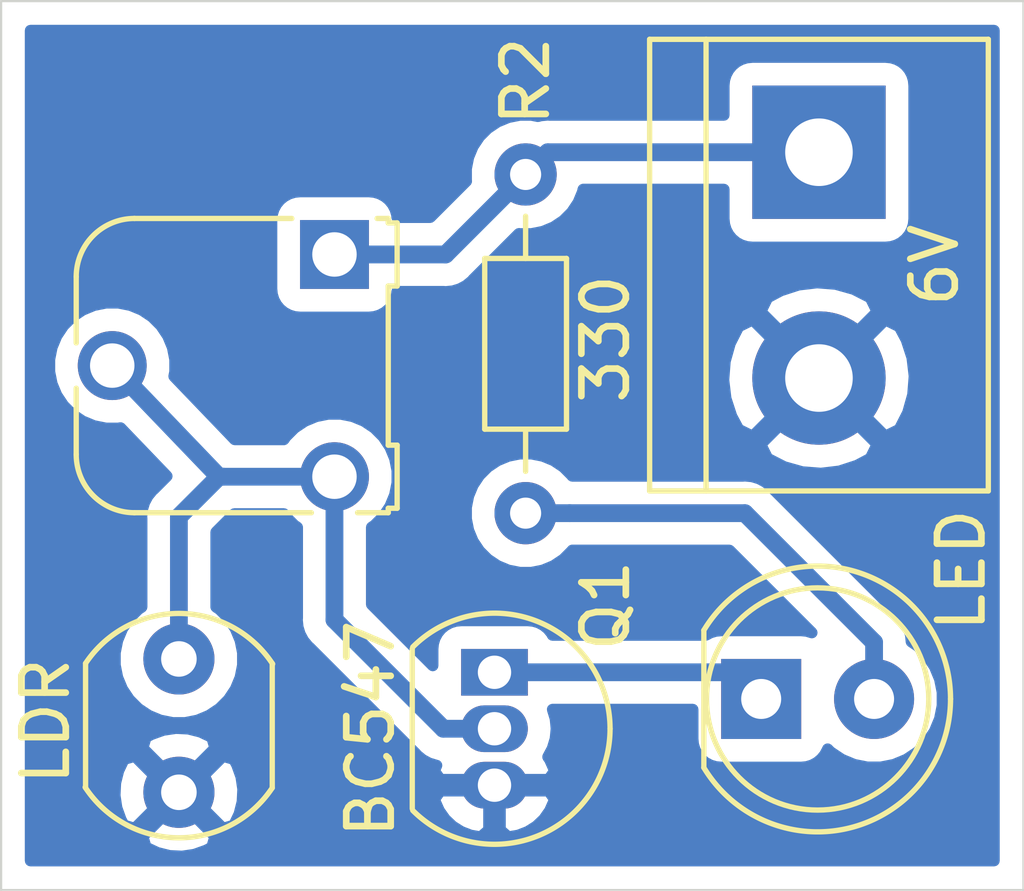
<source format=kicad_pcb>
(kicad_pcb (version 20171130) (host pcbnew "(5.1.5)-3")

  (general
    (thickness 1.6)
    (drawings 4)
    (tracks 18)
    (zones 0)
    (modules 6)
    (nets 6)
  )

  (page A4)
  (layers
    (0 F.Cu signal)
    (31 B.Cu signal)
    (32 B.Adhes user)
    (33 F.Adhes user)
    (34 B.Paste user)
    (35 F.Paste user)
    (36 B.SilkS user)
    (37 F.SilkS user)
    (38 B.Mask user)
    (39 F.Mask user)
    (40 Dwgs.User user)
    (41 Cmts.User user)
    (42 Eco1.User user)
    (43 Eco2.User user)
    (44 Edge.Cuts user)
    (45 Margin user)
    (46 B.CrtYd user)
    (47 F.CrtYd user)
    (48 B.Fab user)
    (49 F.Fab user)
  )

  (setup
    (last_trace_width 0.25)
    (user_trace_width 0.4)
    (trace_clearance 0.2)
    (zone_clearance 0.508)
    (zone_45_only no)
    (trace_min 0.2)
    (via_size 0.8)
    (via_drill 0.4)
    (via_min_size 0.4)
    (via_min_drill 0.3)
    (uvia_size 0.3)
    (uvia_drill 0.1)
    (uvias_allowed no)
    (uvia_min_size 0.2)
    (uvia_min_drill 0.1)
    (edge_width 0.05)
    (segment_width 0.2)
    (pcb_text_width 0.3)
    (pcb_text_size 1.5 1.5)
    (mod_edge_width 0.12)
    (mod_text_size 1 1)
    (mod_text_width 0.15)
    (pad_size 1.524 1.524)
    (pad_drill 0.762)
    (pad_to_mask_clearance 0.051)
    (solder_mask_min_width 0.25)
    (aux_axis_origin 0 0)
    (visible_elements 7FFFFFFF)
    (pcbplotparams
      (layerselection 0x010fc_ffffffff)
      (usegerberextensions false)
      (usegerberattributes false)
      (usegerberadvancedattributes false)
      (creategerberjobfile false)
      (excludeedgelayer true)
      (linewidth 0.100000)
      (plotframeref false)
      (viasonmask false)
      (mode 1)
      (useauxorigin false)
      (hpglpennumber 1)
      (hpglpenspeed 20)
      (hpglpendiameter 15.000000)
      (psnegative false)
      (psa4output false)
      (plotreference true)
      (plotvalue true)
      (plotinvisibletext false)
      (padsonsilk false)
      (subtractmaskfromsilk false)
      (outputformat 1)
      (mirror false)
      (drillshape 0)
      (scaleselection 1)
      (outputdirectory ""))
  )

  (net 0 "")
  (net 1 "Net-(BT1-Pad1)")
  (net 2 "Net-(BT1-Pad2)")
  (net 3 "Net-(D1-Pad1)")
  (net 4 "Net-(D1-Pad2)")
  (net 5 "Net-(Q1-Pad2)")

  (net_class Default "This is the default net class."
    (clearance 0.2)
    (trace_width 0.25)
    (via_dia 0.8)
    (via_drill 0.4)
    (uvia_dia 0.3)
    (uvia_drill 0.1)
    (add_net "Net-(BT1-Pad1)")
    (add_net "Net-(BT1-Pad2)")
    (add_net "Net-(D1-Pad1)")
    (add_net "Net-(D1-Pad2)")
    (add_net "Net-(Q1-Pad2)")
  )

  (module Potentiometer_THT:Potentiometer_Runtron_RM-065_Vertical (layer F.Cu) (tedit 5BF6754C) (tstamp 5FA237C7)
    (at 148.5 83.7 270)
    (descr "Potentiometer, vertical, Trimmer, RM-065 http://www.runtron.com/down/PDF%20Datasheet/Carbon%20Film%20Potentiometer/RM065%20RM063.pdf")
    (tags "Potentiometer Trimmer RM-065")
    (path /5FA29D34)
    (fp_text reference RV1 (at 0.5 2.5 180) (layer Eco2.User)
      (effects (font (size 1 1) (thickness 0.15)))
    )
    (fp_text value 100K (at -1.9 2.5 180) (layer F.Fab)
      (effects (font (size 1 1) (thickness 0.15)))
    )
    (fp_line (start -0.71 -1.41) (end 0.71 -1.41) (layer F.SilkS) (width 0.12))
    (fp_line (start 0.71 -1.21) (end 4.29 -1.21) (layer F.SilkS) (width 0.12))
    (fp_line (start 4.29 -1.21) (end 4.29 -1.41) (layer F.SilkS) (width 0.12))
    (fp_line (start 4.29 -1.41) (end 5.71 -1.41) (layer F.SilkS) (width 0.12))
    (fp_line (start 5.71 -1.41) (end 5.71 -1.21) (layer F.SilkS) (width 0.12))
    (fp_line (start 1.99 5.81) (end 0.5 5.81) (layer F.SilkS) (width 0.12))
    (fp_line (start -0.81 4.5) (end -0.81 0.96) (layer F.SilkS) (width 0.12))
    (fp_line (start 5.81 0.52) (end 5.81 4.5) (layer F.SilkS) (width 0.12))
    (fp_line (start 4.5 5.81) (end 3.01 5.81) (layer F.SilkS) (width 0.12))
    (fp_line (start 0.5 5.7) (end 4.5 5.7) (layer F.Fab) (width 0.1))
    (fp_line (start 5.7 4.5) (end 5.7 -1.1) (layer F.Fab) (width 0.1))
    (fp_line (start -0.7 4.5) (end -0.7 -1.1) (layer F.Fab) (width 0.1))
    (fp_line (start -0.6 -1.1) (end -0.6 -1.3) (layer F.Fab) (width 0.1))
    (fp_line (start -0.6 -1.3) (end 0.6 -1.3) (layer F.Fab) (width 0.1))
    (fp_line (start 0.6 -1.3) (end 0.6 -1.1) (layer F.Fab) (width 0.1))
    (fp_line (start 5.6 -1.1) (end 5.6 -1.3) (layer F.Fab) (width 0.1))
    (fp_line (start 5.6 -1.3) (end 4.41 -1.3) (layer F.Fab) (width 0.1))
    (fp_line (start 4.4 -1.3) (end 4.4 -1.1) (layer F.Fab) (width 0.1))
    (fp_line (start 5.7 -1.1) (end -0.7 -1.1) (layer F.Fab) (width 0.1))
    (fp_line (start 6.05 6.03) (end -1.05 6.03) (layer F.CrtYd) (width 0.05))
    (fp_line (start 6.03 6.05) (end 6.03 -1.55) (layer F.CrtYd) (width 0.05))
    (fp_line (start -1.03 -1.55) (end -1.03 6.05) (layer F.CrtYd) (width 0.05))
    (fp_line (start -1.03 -1.55) (end 6.03 -1.55) (layer F.CrtYd) (width 0.05))
    (fp_circle (center 2.5 2.5) (end 5.5 2.5) (layer F.Fab) (width 0.1))
    (fp_text user %R (at 2.4 2.5 90) (layer F.Fab)
      (effects (font (size 1 1) (thickness 0.15)))
    )
    (fp_arc (start 4.5 4.5) (end 4.5 5.7) (angle -90) (layer F.Fab) (width 0.1))
    (fp_arc (start 0.5 4.5) (end -0.7 4.5) (angle -90) (layer F.Fab) (width 0.1))
    (fp_arc (start 0.5 4.5) (end -0.81 4.5) (angle -90) (layer F.SilkS) (width 0.12))
    (fp_arc (start 4.5 4.5) (end 4.5 5.81) (angle -90) (layer F.SilkS) (width 0.12))
    (fp_line (start 0.71 -1.21) (end 0.71 -1.41) (layer F.SilkS) (width 0.12))
    (fp_line (start -0.71 -1.41) (end -0.71 -1.21) (layer F.SilkS) (width 0.12))
    (fp_line (start -0.71 -1.21) (end -0.81 -1.21) (layer F.SilkS) (width 0.12))
    (fp_line (start -0.81 -1.21) (end -0.81 -0.96) (layer F.SilkS) (width 0.12))
    (fp_line (start 5.71 -1.21) (end 5.81 -1.21) (layer F.SilkS) (width 0.12))
    (fp_line (start 5.81 -1.21) (end 5.81 -0.52) (layer F.SilkS) (width 0.12))
    (pad 2 thru_hole circle (at 2.5 5 270) (size 1.55 1.55) (drill 1) (layers *.Cu *.Mask)
      (net 5 "Net-(Q1-Pad2)"))
    (pad 1 thru_hole rect (at 0 0 270) (size 1.55 1.55) (drill 1) (layers *.Cu *.Mask)
      (net 1 "Net-(BT1-Pad1)"))
    (pad 3 thru_hole circle (at 5 0 270) (size 1.55 1.55) (drill 1) (layers *.Cu *.Mask)
      (net 5 "Net-(Q1-Pad2)"))
    (model ${KISYS3DMOD}/Potentiometer_THT.3dshapes/Potentiometer_Runtron_RM-065_Vertical.wrl
      (at (xyz 0 0 0))
      (scale (xyz 1 1 1))
      (rotate (xyz 0 0 0))
    )
  )

  (module TerminalBlock:TerminalBlock_bornier-2_P5.08mm (layer F.Cu) (tedit 59FF03AB) (tstamp 5FA2374B)
    (at 159.4 81.4 270)
    (descr "simple 2-pin terminal block, pitch 5.08mm, revamped version of bornier2")
    (tags "terminal block bornier2")
    (path /5FA28042)
    (fp_text reference BT1 (at 2.6 0 90) (layer Eco2.User)
      (effects (font (size 1 1) (thickness 0.15)))
    )
    (fp_text value 6V (at 2.54 -2.6 90) (layer F.SilkS)
      (effects (font (size 1 1) (thickness 0.15)))
    )
    (fp_text user %R (at 2.54 0 90) (layer F.Fab)
      (effects (font (size 1 1) (thickness 0.15)))
    )
    (fp_line (start -2.41 2.55) (end 7.49 2.55) (layer F.Fab) (width 0.1))
    (fp_line (start -2.46 -3.75) (end -2.46 3.75) (layer F.Fab) (width 0.1))
    (fp_line (start -2.46 3.75) (end 7.54 3.75) (layer F.Fab) (width 0.1))
    (fp_line (start 7.54 3.75) (end 7.54 -3.75) (layer F.Fab) (width 0.1))
    (fp_line (start 7.54 -3.75) (end -2.46 -3.75) (layer F.Fab) (width 0.1))
    (fp_line (start 7.62 2.54) (end -2.54 2.54) (layer F.SilkS) (width 0.12))
    (fp_line (start 7.62 3.81) (end 7.62 -3.81) (layer F.SilkS) (width 0.12))
    (fp_line (start 7.62 -3.81) (end -2.54 -3.81) (layer F.SilkS) (width 0.12))
    (fp_line (start -2.54 -3.81) (end -2.54 3.81) (layer F.SilkS) (width 0.12))
    (fp_line (start -2.54 3.81) (end 7.62 3.81) (layer F.SilkS) (width 0.12))
    (fp_line (start -2.71 -4) (end 7.79 -4) (layer F.CrtYd) (width 0.05))
    (fp_line (start -2.71 -4) (end -2.71 4) (layer F.CrtYd) (width 0.05))
    (fp_line (start 7.79 4) (end 7.79 -4) (layer F.CrtYd) (width 0.05))
    (fp_line (start 7.79 4) (end -2.71 4) (layer F.CrtYd) (width 0.05))
    (pad 1 thru_hole rect (at 0 0 270) (size 3 3) (drill 1.52) (layers *.Cu *.Mask)
      (net 1 "Net-(BT1-Pad1)"))
    (pad 2 thru_hole circle (at 5.08 0 270) (size 3 3) (drill 1.52) (layers *.Cu *.Mask)
      (net 2 "Net-(BT1-Pad2)"))
    (model ${KISYS3DMOD}/TerminalBlock.3dshapes/TerminalBlock_bornier-2_P5.08mm.wrl
      (offset (xyz 2.539999961853027 0 0))
      (scale (xyz 1 1 1))
      (rotate (xyz 0 0 0))
    )
  )

  (module LED_THT:LED_D5.0mm (layer F.Cu) (tedit 5995936A) (tstamp 5FA2375D)
    (at 158.1 93.7)
    (descr "LED, diameter 5.0mm, 2 pins, http://cdn-reichelt.de/documents/datenblatt/A500/LL-504BC2E-009.pdf")
    (tags "LED diameter 5.0mm 2 pins")
    (path /5FA28A2C)
    (fp_text reference D1 (at 1.3 1.9) (layer Eco2.User)
      (effects (font (size 1 1) (thickness 0.15)))
    )
    (fp_text value LED (at 4.5 -2.9 90) (layer F.SilkS)
      (effects (font (size 1 1) (thickness 0.15)))
    )
    (fp_arc (start 1.27 0) (end -1.23 -1.469694) (angle 299.1) (layer F.Fab) (width 0.1))
    (fp_arc (start 1.27 0) (end -1.29 -1.54483) (angle 148.9) (layer F.SilkS) (width 0.12))
    (fp_arc (start 1.27 0) (end -1.29 1.54483) (angle -148.9) (layer F.SilkS) (width 0.12))
    (fp_circle (center 1.27 0) (end 3.77 0) (layer F.Fab) (width 0.1))
    (fp_circle (center 1.27 0) (end 3.77 0) (layer F.SilkS) (width 0.12))
    (fp_line (start -1.23 -1.469694) (end -1.23 1.469694) (layer F.Fab) (width 0.1))
    (fp_line (start -1.29 -1.545) (end -1.29 1.545) (layer F.SilkS) (width 0.12))
    (fp_line (start -1.95 -3.25) (end -1.95 3.25) (layer F.CrtYd) (width 0.05))
    (fp_line (start -1.95 3.25) (end 4.5 3.25) (layer F.CrtYd) (width 0.05))
    (fp_line (start 4.5 3.25) (end 4.5 -3.25) (layer F.CrtYd) (width 0.05))
    (fp_line (start 4.5 -3.25) (end -1.95 -3.25) (layer F.CrtYd) (width 0.05))
    (fp_text user %R (at 1.25 0) (layer F.Fab)
      (effects (font (size 0.8 0.8) (thickness 0.2)))
    )
    (pad 1 thru_hole rect (at 0 0) (size 1.8 1.8) (drill 0.9) (layers *.Cu *.Mask)
      (net 3 "Net-(D1-Pad1)"))
    (pad 2 thru_hole circle (at 2.54 0) (size 1.8 1.8) (drill 0.9) (layers *.Cu *.Mask)
      (net 4 "Net-(D1-Pad2)"))
    (model ${KISYS3DMOD}/LED_THT.3dshapes/LED_D5.0mm.wrl
      (at (xyz 0 0 0))
      (scale (xyz 1 1 1))
      (rotate (xyz 0 0 0))
    )
  )

  (module Package_TO_SOT_THT:TO-92_Inline (layer F.Cu) (tedit 5A1DD157) (tstamp 5FA2376F)
    (at 152.1 93.1 270)
    (descr "TO-92 leads in-line, narrow, oval pads, drill 0.75mm (see NXP sot054_po.pdf)")
    (tags "to-92 sc-43 sc-43a sot54 PA33 transistor")
    (path /5FA28FD0)
    (fp_text reference Q1 (at -1.5 -2.5 270) (layer F.SilkS)
      (effects (font (size 1 1) (thickness 0.15)))
    )
    (fp_text value BC547 (at 1.27 2.79 90) (layer F.SilkS)
      (effects (font (size 1 1) (thickness 0.15)))
    )
    (fp_text user %R (at 1.3 -1.7 90) (layer F.Fab)
      (effects (font (size 1 1) (thickness 0.15)))
    )
    (fp_line (start -0.53 1.85) (end 3.07 1.85) (layer F.SilkS) (width 0.12))
    (fp_line (start -0.5 1.75) (end 3 1.75) (layer F.Fab) (width 0.1))
    (fp_line (start -1.46 -2.73) (end 4 -2.73) (layer F.CrtYd) (width 0.05))
    (fp_line (start -1.46 -2.73) (end -1.46 2.01) (layer F.CrtYd) (width 0.05))
    (fp_line (start 4 2.01) (end 4 -2.73) (layer F.CrtYd) (width 0.05))
    (fp_line (start 4 2.01) (end -1.46 2.01) (layer F.CrtYd) (width 0.05))
    (fp_arc (start 1.27 0) (end 1.27 -2.48) (angle 135) (layer F.Fab) (width 0.1))
    (fp_arc (start 1.27 0) (end 1.27 -2.6) (angle -135) (layer F.SilkS) (width 0.12))
    (fp_arc (start 1.27 0) (end 1.27 -2.48) (angle -135) (layer F.Fab) (width 0.1))
    (fp_arc (start 1.27 0) (end 1.27 -2.6) (angle 135) (layer F.SilkS) (width 0.12))
    (pad 2 thru_hole oval (at 1.27 0 270) (size 1.05 1.5) (drill 0.75) (layers *.Cu *.Mask)
      (net 5 "Net-(Q1-Pad2)"))
    (pad 3 thru_hole oval (at 2.54 0 270) (size 1.05 1.5) (drill 0.75) (layers *.Cu *.Mask)
      (net 2 "Net-(BT1-Pad2)"))
    (pad 1 thru_hole rect (at 0 0 270) (size 1.05 1.5) (drill 0.75) (layers *.Cu *.Mask)
      (net 3 "Net-(D1-Pad1)"))
    (model ${KISYS3DMOD}/Package_TO_SOT_THT.3dshapes/TO-92_Inline.wrl
      (at (xyz 0 0 0))
      (scale (xyz 1 1 1))
      (rotate (xyz 0 0 0))
    )
  )

  (module OptoDevice:R_LDR_5.0x4.1mm_P3mm_Vertical (layer F.Cu) (tedit 5B8603C1) (tstamp 5FA23790)
    (at 145 92.8 270)
    (descr "Resistor, LDR 5x4.1mm, see http://cdn-reichelt.de/documents/datenblatt/A500/A90xxxx%23PE.pdf")
    (tags "Resistor LDR5x4.1mm")
    (path /5FA28464)
    (fp_text reference R1 (at 1.4 -1.2 90) (layer Eco2.User)
      (effects (font (size 1 1) (thickness 0.15)))
    )
    (fp_text value LDR (at 1.4 3 90) (layer F.SilkS)
      (effects (font (size 1 1) (thickness 0.15)))
    )
    (fp_text user %R (at 1.4 -1 90) (layer F.Fab)
      (effects (font (size 1 1) (thickness 0.15)))
    )
    (fp_line (start 0.1 2.1) (end 2.9 2.1) (layer F.SilkS) (width 0.12))
    (fp_line (start 0.1 -2.1) (end 2.9 -2.1) (layer F.SilkS) (width 0.12))
    (fp_line (start 0.6 1.2) (end 2.1 1.2) (layer F.Fab) (width 0.1))
    (fp_line (start 2.1 1.2) (end 2.1 0.6) (layer F.Fab) (width 0.1))
    (fp_line (start 2.1 0.6) (end 0.9 0.6) (layer F.Fab) (width 0.1))
    (fp_line (start 0.9 0.6) (end 0.9 0) (layer F.Fab) (width 0.1))
    (fp_line (start 0.9 0) (end 2.1 0) (layer F.Fab) (width 0.1))
    (fp_line (start 2.1 0) (end 2.1 -0.5) (layer F.Fab) (width 0.1))
    (fp_line (start 2.1 -0.5) (end 2.1 -0.6) (layer F.Fab) (width 0.1))
    (fp_line (start 2.1 -0.6) (end 0.9 -0.6) (layer F.Fab) (width 0.1))
    (fp_line (start 0.9 -0.6) (end 0.9 -1.2) (layer F.Fab) (width 0.1))
    (fp_line (start 0.9 -1.2) (end 2.4 -1.2) (layer F.Fab) (width 0.1))
    (fp_line (start 0.6 -1.8) (end 2.4 -1.8) (layer F.Fab) (width 0.1))
    (fp_line (start 2.4 -1.8) (end 2.4 -1.2) (layer F.Fab) (width 0.1))
    (fp_line (start 0.6 1.2) (end 0.6 1.8) (layer F.Fab) (width 0.1))
    (fp_line (start 0.6 1.8) (end 2.4 1.8) (layer F.Fab) (width 0.1))
    (fp_line (start 2.8 2.05) (end 0.2 2.05) (layer F.Fab) (width 0.1))
    (fp_line (start 0.2 -2.05) (end 2.8 -2.05) (layer F.Fab) (width 0.1))
    (fp_line (start -1.18 -2.3) (end 4.18 -2.3) (layer F.CrtYd) (width 0.05))
    (fp_line (start -1.18 -2.3) (end -1.18 2.3) (layer F.CrtYd) (width 0.05))
    (fp_line (start 4.18 2.3) (end 4.18 -2.3) (layer F.CrtYd) (width 0.05))
    (fp_line (start 4.18 2.3) (end -1.18 2.3) (layer F.CrtYd) (width 0.05))
    (fp_arc (start 1.5 0) (end 2.9 -2.1) (angle 113) (layer F.SilkS) (width 0.12))
    (fp_arc (start 1.5 0) (end 0.1 2.1) (angle 113) (layer F.SilkS) (width 0.12))
    (fp_arc (start 1.5 0) (end 2.8 -2.05) (angle 114) (layer F.Fab) (width 0.1))
    (fp_arc (start 1.5 0) (end 0.2 2.05) (angle 114) (layer F.Fab) (width 0.1))
    (pad 1 thru_hole circle (at 0 0 270) (size 1.6 1.6) (drill 0.8) (layers *.Cu *.Mask)
      (net 5 "Net-(Q1-Pad2)"))
    (pad 2 thru_hole circle (at 3 0 270) (size 1.6 1.6) (drill 0.8) (layers *.Cu *.Mask)
      (net 2 "Net-(BT1-Pad2)"))
    (model ${KISYS3DMOD}/OptoDevice.3dshapes/R_LDR_5.0x4.1mm_P3mm_Vertical.wrl
      (at (xyz 0 0 0))
      (scale (xyz 1 1 1))
      (rotate (xyz 0 0 0))
    )
  )

  (module Resistor_THT:R_Axial_DIN0204_L3.6mm_D1.6mm_P7.62mm_Horizontal (layer F.Cu) (tedit 5AE5139B) (tstamp 5FA237A7)
    (at 152.8 81.9 270)
    (descr "Resistor, Axial_DIN0204 series, Axial, Horizontal, pin pitch=7.62mm, 0.167W, length*diameter=3.6*1.6mm^2, http://cdn-reichelt.de/documents/datenblatt/B400/1_4W%23YAG.pdf")
    (tags "Resistor Axial_DIN0204 series Axial Horizontal pin pitch 7.62mm 0.167W length 3.6mm diameter 1.6mm")
    (path /5FA297AE)
    (fp_text reference R2 (at -2.1 0 90) (layer F.SilkS)
      (effects (font (size 1 1) (thickness 0.15)))
    )
    (fp_text value 330 (at 3.7 -1.8 90) (layer F.SilkS)
      (effects (font (size 1 1) (thickness 0.15)))
    )
    (fp_line (start 2.01 -0.8) (end 2.01 0.8) (layer F.Fab) (width 0.1))
    (fp_line (start 2.01 0.8) (end 5.61 0.8) (layer F.Fab) (width 0.1))
    (fp_line (start 5.61 0.8) (end 5.61 -0.8) (layer F.Fab) (width 0.1))
    (fp_line (start 5.61 -0.8) (end 2.01 -0.8) (layer F.Fab) (width 0.1))
    (fp_line (start 0 0) (end 2.01 0) (layer F.Fab) (width 0.1))
    (fp_line (start 7.62 0) (end 5.61 0) (layer F.Fab) (width 0.1))
    (fp_line (start 1.89 -0.92) (end 1.89 0.92) (layer F.SilkS) (width 0.12))
    (fp_line (start 1.89 0.92) (end 5.73 0.92) (layer F.SilkS) (width 0.12))
    (fp_line (start 5.73 0.92) (end 5.73 -0.92) (layer F.SilkS) (width 0.12))
    (fp_line (start 5.73 -0.92) (end 1.89 -0.92) (layer F.SilkS) (width 0.12))
    (fp_line (start 0.94 0) (end 1.89 0) (layer F.SilkS) (width 0.12))
    (fp_line (start 6.68 0) (end 5.73 0) (layer F.SilkS) (width 0.12))
    (fp_line (start -0.95 -1.05) (end -0.95 1.05) (layer F.CrtYd) (width 0.05))
    (fp_line (start -0.95 1.05) (end 8.57 1.05) (layer F.CrtYd) (width 0.05))
    (fp_line (start 8.57 1.05) (end 8.57 -1.05) (layer F.CrtYd) (width 0.05))
    (fp_line (start 8.57 -1.05) (end -0.95 -1.05) (layer F.CrtYd) (width 0.05))
    (fp_text user %R (at 3.81 0 90) (layer F.Fab)
      (effects (font (size 0.72 0.72) (thickness 0.108)))
    )
    (pad 1 thru_hole circle (at 0 0 270) (size 1.4 1.4) (drill 0.7) (layers *.Cu *.Mask)
      (net 1 "Net-(BT1-Pad1)"))
    (pad 2 thru_hole oval (at 7.62 0 270) (size 1.4 1.4) (drill 0.7) (layers *.Cu *.Mask)
      (net 4 "Net-(D1-Pad2)"))
    (model ${KISYS3DMOD}/Resistor_THT.3dshapes/R_Axial_DIN0204_L3.6mm_D1.6mm_P7.62mm_Horizontal.wrl
      (at (xyz 0 0 0))
      (scale (xyz 1 1 1))
      (rotate (xyz 0 0 0))
    )
  )

  (gr_line (start 141 98) (end 141 78) (layer Edge.Cuts) (width 0.05) (tstamp 5FA2429A))
  (gr_line (start 164 98) (end 141 98) (layer Edge.Cuts) (width 0.05))
  (gr_line (start 164 78) (end 164 98) (layer Edge.Cuts) (width 0.05))
  (gr_line (start 141 78) (end 164 78) (layer Edge.Cuts) (width 0.05))

  (segment (start 153.3 81.4) (end 152.8 81.9) (width 0.4) (layer B.Cu) (net 1))
  (segment (start 159.4 81.4) (end 153.3 81.4) (width 0.4) (layer B.Cu) (net 1))
  (segment (start 151 83.7) (end 148.5 83.7) (width 0.4) (layer B.Cu) (net 1))
  (segment (start 152.8 81.9) (end 151 83.7) (width 0.4) (layer B.Cu) (net 1))
  (segment (start 157.5 93.1) (end 158.1 93.7) (width 0.4) (layer B.Cu) (net 3))
  (segment (start 152.1 93.1) (end 157.5 93.1) (width 0.4) (layer B.Cu) (net 3))
  (segment (start 153.789949 89.52) (end 152.8 89.52) (width 0.4) (layer B.Cu) (net 4))
  (segment (start 157.732792 89.52) (end 153.789949 89.52) (width 0.4) (layer B.Cu) (net 4))
  (segment (start 160.64 92.427208) (end 157.732792 89.52) (width 0.4) (layer B.Cu) (net 4))
  (segment (start 160.64 93.7) (end 160.64 92.427208) (width 0.4) (layer B.Cu) (net 4))
  (segment (start 146 88.7) (end 148.5 88.7) (width 0.4) (layer B.Cu) (net 5))
  (segment (start 145 89.6) (end 145.9 88.7) (width 0.4) (layer B.Cu) (net 5))
  (segment (start 145 92.8) (end 145 89.6) (width 0.4) (layer B.Cu) (net 5))
  (segment (start 143.5 86.2) (end 145.9 88.7) (width 0.4) (layer B.Cu) (net 5))
  (segment (start 145.9 88.7) (end 146 88.7) (width 0.4) (layer B.Cu) (net 5))
  (segment (start 150.95 94.37) (end 152.1 94.37) (width 0.4) (layer B.Cu) (net 5))
  (segment (start 148.5 91.92) (end 150.95 94.37) (width 0.4) (layer B.Cu) (net 5))
  (segment (start 148.5 88.7) (end 148.5 91.92) (width 0.4) (layer B.Cu) (net 5))

  (zone (net 2) (net_name "Net-(BT1-Pad2)") (layer B.Cu) (tstamp 5FA30D2D) (hatch edge 0.508)
    (connect_pads (clearance 0.508))
    (min_thickness 0.254)
    (fill yes (arc_segments 32) (thermal_gap 0.508) (thermal_bridge_width 0.508))
    (polygon
      (pts
        (xy 164 98) (xy 141 98) (xy 141 78) (xy 164 78)
      )
    )
    (filled_polygon
      (pts
        (xy 163.340001 97.34) (xy 141.66 97.34) (xy 141.66 96.792702) (xy 144.186903 96.792702) (xy 144.258486 97.036671)
        (xy 144.513996 97.157571) (xy 144.788184 97.2263) (xy 145.070512 97.240217) (xy 145.35013 97.198787) (xy 145.616292 97.103603)
        (xy 145.741514 97.036671) (xy 145.813097 96.792702) (xy 145 95.979605) (xy 144.186903 96.792702) (xy 141.66 96.792702)
        (xy 141.66 95.870512) (xy 143.559783 95.870512) (xy 143.601213 96.15013) (xy 143.696397 96.416292) (xy 143.763329 96.541514)
        (xy 144.007298 96.613097) (xy 144.820395 95.8) (xy 145.179605 95.8) (xy 145.992702 96.613097) (xy 146.236671 96.541514)
        (xy 146.357571 96.286004) (xy 146.4263 96.011816) (xy 146.429553 95.94581) (xy 150.756036 95.94581) (xy 150.764728 96.007337)
        (xy 150.857725 96.216882) (xy 150.989816 96.404258) (xy 151.155924 96.562264) (xy 151.349666 96.684828) (xy 151.563596 96.767239)
        (xy 151.789493 96.806331) (xy 151.973 96.646598) (xy 151.973 95.767) (xy 152.227 95.767) (xy 152.227 96.646598)
        (xy 152.410507 96.806331) (xy 152.636404 96.767239) (xy 152.850334 96.684828) (xy 153.044076 96.562264) (xy 153.210184 96.404258)
        (xy 153.342275 96.216882) (xy 153.435272 96.007337) (xy 153.443964 95.94581) (xy 153.318163 95.767) (xy 152.227 95.767)
        (xy 151.973 95.767) (xy 150.881837 95.767) (xy 150.756036 95.94581) (xy 146.429553 95.94581) (xy 146.440217 95.729488)
        (xy 146.398787 95.44987) (xy 146.303603 95.183708) (xy 146.236671 95.058486) (xy 145.992702 94.986903) (xy 145.179605 95.8)
        (xy 144.820395 95.8) (xy 144.007298 94.986903) (xy 143.763329 95.058486) (xy 143.642429 95.313996) (xy 143.5737 95.588184)
        (xy 143.559783 95.870512) (xy 141.66 95.870512) (xy 141.66 94.807298) (xy 144.186903 94.807298) (xy 145 95.620395)
        (xy 145.813097 94.807298) (xy 145.741514 94.563329) (xy 145.486004 94.442429) (xy 145.211816 94.3737) (xy 144.929488 94.359783)
        (xy 144.64987 94.401213) (xy 144.383708 94.496397) (xy 144.258486 94.563329) (xy 144.186903 94.807298) (xy 141.66 94.807298)
        (xy 141.66 86.061127) (xy 142.09 86.061127) (xy 142.09 86.338873) (xy 142.144186 86.611282) (xy 142.250475 86.867885)
        (xy 142.404782 87.098822) (xy 142.601178 87.295218) (xy 142.832115 87.449525) (xy 143.088718 87.555814) (xy 143.361127 87.61)
        (xy 143.638873 87.61) (xy 143.686932 87.60044) (xy 144.731059 88.688074) (xy 144.438574 88.980559) (xy 144.40671 89.006709)
        (xy 144.325907 89.105168) (xy 144.302364 89.133855) (xy 144.224828 89.278914) (xy 144.177082 89.436312) (xy 144.16096 89.6)
        (xy 144.165001 89.641028) (xy 144.165 91.63207) (xy 144.085241 91.685363) (xy 143.885363 91.885241) (xy 143.72832 92.120273)
        (xy 143.620147 92.381426) (xy 143.565 92.658665) (xy 143.565 92.941335) (xy 143.620147 93.218574) (xy 143.72832 93.479727)
        (xy 143.885363 93.714759) (xy 144.085241 93.914637) (xy 144.320273 94.07168) (xy 144.581426 94.179853) (xy 144.858665 94.235)
        (xy 145.141335 94.235) (xy 145.418574 94.179853) (xy 145.679727 94.07168) (xy 145.914759 93.914637) (xy 146.114637 93.714759)
        (xy 146.27168 93.479727) (xy 146.379853 93.218574) (xy 146.435 92.941335) (xy 146.435 92.658665) (xy 146.379853 92.381426)
        (xy 146.27168 92.120273) (xy 146.114637 91.885241) (xy 145.914759 91.685363) (xy 145.835 91.63207) (xy 145.835 89.945867)
        (xy 146.245868 89.535) (xy 147.362138 89.535) (xy 147.404782 89.598822) (xy 147.601178 89.795218) (xy 147.665 89.837863)
        (xy 147.665001 91.878972) (xy 147.66096 91.92) (xy 147.677082 92.083688) (xy 147.724828 92.241086) (xy 147.782411 92.348815)
        (xy 147.802365 92.386146) (xy 147.90671 92.513291) (xy 147.938574 92.539441) (xy 150.330559 94.931427) (xy 150.356709 94.963291)
        (xy 150.483854 95.067636) (xy 150.628913 95.145172) (xy 150.786311 95.192918) (xy 150.799541 95.194221) (xy 150.764728 95.272663)
        (xy 150.756036 95.33419) (xy 150.881837 95.513) (xy 151.646891 95.513) (xy 151.6476 95.513215) (xy 151.818021 95.53)
        (xy 152.381979 95.53) (xy 152.5524 95.513215) (xy 152.553109 95.513) (xy 153.318163 95.513) (xy 153.443964 95.33419)
        (xy 153.435272 95.272663) (xy 153.342275 95.063118) (xy 153.301071 95.004669) (xy 153.401885 94.81606) (xy 153.468215 94.5974)
        (xy 153.490612 94.37) (xy 153.468215 94.1426) (xy 153.40524 93.935) (xy 156.561928 93.935) (xy 156.561928 94.6)
        (xy 156.574188 94.724482) (xy 156.610498 94.84418) (xy 156.669463 94.954494) (xy 156.748815 95.051185) (xy 156.845506 95.130537)
        (xy 156.95582 95.189502) (xy 157.075518 95.225812) (xy 157.2 95.238072) (xy 159 95.238072) (xy 159.124482 95.225812)
        (xy 159.24418 95.189502) (xy 159.354494 95.130537) (xy 159.451185 95.051185) (xy 159.530537 94.954494) (xy 159.589502 94.84418)
        (xy 159.595056 94.825873) (xy 159.661495 94.892312) (xy 159.912905 95.060299) (xy 160.192257 95.176011) (xy 160.488816 95.235)
        (xy 160.791184 95.235) (xy 161.087743 95.176011) (xy 161.367095 95.060299) (xy 161.618505 94.892312) (xy 161.832312 94.678505)
        (xy 162.000299 94.427095) (xy 162.116011 94.147743) (xy 162.175 93.851184) (xy 162.175 93.548816) (xy 162.116011 93.252257)
        (xy 162.000299 92.972905) (xy 161.832312 92.721495) (xy 161.618505 92.507688) (xy 161.4777 92.413605) (xy 161.462918 92.263519)
        (xy 161.415172 92.106121) (xy 161.337636 91.961062) (xy 161.275411 91.885241) (xy 161.233291 91.833917) (xy 161.201427 91.807767)
        (xy 158.352238 88.958579) (xy 158.326083 88.926709) (xy 158.198938 88.822364) (xy 158.053879 88.744828) (xy 157.896481 88.697082)
        (xy 157.773811 88.685) (xy 157.77381 88.685) (xy 157.732792 88.68096) (xy 157.691774 88.685) (xy 153.847661 88.685)
        (xy 153.836962 88.668987) (xy 153.651013 88.483038) (xy 153.432359 88.336939) (xy 153.189405 88.236304) (xy 152.931486 88.185)
        (xy 152.668514 88.185) (xy 152.410595 88.236304) (xy 152.167641 88.336939) (xy 151.948987 88.483038) (xy 151.763038 88.668987)
        (xy 151.616939 88.887641) (xy 151.516304 89.130595) (xy 151.465 89.388514) (xy 151.465 89.651486) (xy 151.516304 89.909405)
        (xy 151.616939 90.152359) (xy 151.763038 90.371013) (xy 151.948987 90.556962) (xy 152.167641 90.703061) (xy 152.410595 90.803696)
        (xy 152.668514 90.855) (xy 152.931486 90.855) (xy 153.189405 90.803696) (xy 153.432359 90.703061) (xy 153.651013 90.556962)
        (xy 153.836962 90.371013) (xy 153.847661 90.355) (xy 157.386925 90.355) (xy 159.241657 92.209733) (xy 159.124482 92.174188)
        (xy 159 92.161928) (xy 157.2 92.161928) (xy 157.075518 92.174188) (xy 156.95582 92.210498) (xy 156.853856 92.265)
        (xy 153.40432 92.265) (xy 153.380537 92.220506) (xy 153.301185 92.123815) (xy 153.204494 92.044463) (xy 153.09418 91.985498)
        (xy 152.974482 91.949188) (xy 152.85 91.936928) (xy 151.35 91.936928) (xy 151.225518 91.949188) (xy 151.10582 91.985498)
        (xy 150.995506 92.044463) (xy 150.898815 92.123815) (xy 150.819463 92.220506) (xy 150.760498 92.33082) (xy 150.724188 92.450518)
        (xy 150.711928 92.575) (xy 150.711928 92.95106) (xy 149.335 91.574133) (xy 149.335 89.837862) (xy 149.398822 89.795218)
        (xy 149.595218 89.598822) (xy 149.749525 89.367885) (xy 149.855814 89.111282) (xy 149.91 88.838873) (xy 149.91 88.561127)
        (xy 149.855814 88.288718) (xy 149.749525 88.032115) (xy 149.709126 87.971653) (xy 158.087952 87.971653) (xy 158.243962 88.287214)
        (xy 158.618745 88.47802) (xy 159.023551 88.592044) (xy 159.442824 88.624902) (xy 159.860451 88.575334) (xy 160.260383 88.445243)
        (xy 160.556038 88.287214) (xy 160.712048 87.971653) (xy 159.4 86.659605) (xy 158.087952 87.971653) (xy 149.709126 87.971653)
        (xy 149.595218 87.801178) (xy 149.398822 87.604782) (xy 149.167885 87.450475) (xy 148.911282 87.344186) (xy 148.638873 87.29)
        (xy 148.361127 87.29) (xy 148.088718 87.344186) (xy 147.832115 87.450475) (xy 147.601178 87.604782) (xy 147.404782 87.801178)
        (xy 147.362138 87.865) (xy 146.255892 87.865) (xy 144.967402 86.522824) (xy 157.255098 86.522824) (xy 157.304666 86.940451)
        (xy 157.434757 87.340383) (xy 157.592786 87.636038) (xy 157.908347 87.792048) (xy 159.220395 86.48) (xy 159.579605 86.48)
        (xy 160.891653 87.792048) (xy 161.207214 87.636038) (xy 161.39802 87.261255) (xy 161.512044 86.856449) (xy 161.544902 86.437176)
        (xy 161.495334 86.019549) (xy 161.365243 85.619617) (xy 161.207214 85.323962) (xy 160.891653 85.167952) (xy 159.579605 86.48)
        (xy 159.220395 86.48) (xy 157.908347 85.167952) (xy 157.592786 85.323962) (xy 157.40198 85.698745) (xy 157.287956 86.103551)
        (xy 157.255098 86.522824) (xy 144.967402 86.522824) (xy 144.889542 86.44172) (xy 144.91 86.338873) (xy 144.91 86.061127)
        (xy 144.855814 85.788718) (xy 144.749525 85.532115) (xy 144.595218 85.301178) (xy 144.398822 85.104782) (xy 144.167885 84.950475)
        (xy 143.911282 84.844186) (xy 143.638873 84.79) (xy 143.361127 84.79) (xy 143.088718 84.844186) (xy 142.832115 84.950475)
        (xy 142.601178 85.104782) (xy 142.404782 85.301178) (xy 142.250475 85.532115) (xy 142.144186 85.788718) (xy 142.09 86.061127)
        (xy 141.66 86.061127) (xy 141.66 82.925) (xy 147.086928 82.925) (xy 147.086928 84.475) (xy 147.099188 84.599482)
        (xy 147.135498 84.71918) (xy 147.194463 84.829494) (xy 147.273815 84.926185) (xy 147.370506 85.005537) (xy 147.48082 85.064502)
        (xy 147.600518 85.100812) (xy 147.725 85.113072) (xy 149.275 85.113072) (xy 149.399482 85.100812) (xy 149.51918 85.064502)
        (xy 149.629494 85.005537) (xy 149.65044 84.988347) (xy 158.087952 84.988347) (xy 159.4 86.300395) (xy 160.712048 84.988347)
        (xy 160.556038 84.672786) (xy 160.181255 84.48198) (xy 159.776449 84.367956) (xy 159.357176 84.335098) (xy 158.939549 84.384666)
        (xy 158.539617 84.514757) (xy 158.243962 84.672786) (xy 158.087952 84.988347) (xy 149.65044 84.988347) (xy 149.726185 84.926185)
        (xy 149.805537 84.829494) (xy 149.864502 84.71918) (xy 149.900812 84.599482) (xy 149.907163 84.535) (xy 150.958982 84.535)
        (xy 151 84.53904) (xy 151.041018 84.535) (xy 151.041019 84.535) (xy 151.163689 84.522918) (xy 151.321087 84.475172)
        (xy 151.466146 84.397636) (xy 151.593291 84.293291) (xy 151.619446 84.261421) (xy 152.649625 83.231243) (xy 152.668514 83.235)
        (xy 152.931486 83.235) (xy 153.189405 83.183696) (xy 153.432359 83.083061) (xy 153.651013 82.936962) (xy 153.836962 82.751013)
        (xy 153.983061 82.532359) (xy 154.083696 82.289405) (xy 154.094518 82.235) (xy 157.261928 82.235) (xy 157.261928 82.9)
        (xy 157.274188 83.024482) (xy 157.310498 83.14418) (xy 157.369463 83.254494) (xy 157.448815 83.351185) (xy 157.545506 83.430537)
        (xy 157.65582 83.489502) (xy 157.775518 83.525812) (xy 157.9 83.538072) (xy 160.9 83.538072) (xy 161.024482 83.525812)
        (xy 161.14418 83.489502) (xy 161.254494 83.430537) (xy 161.351185 83.351185) (xy 161.430537 83.254494) (xy 161.489502 83.14418)
        (xy 161.525812 83.024482) (xy 161.538072 82.9) (xy 161.538072 79.9) (xy 161.525812 79.775518) (xy 161.489502 79.65582)
        (xy 161.430537 79.545506) (xy 161.351185 79.448815) (xy 161.254494 79.369463) (xy 161.14418 79.310498) (xy 161.024482 79.274188)
        (xy 160.9 79.261928) (xy 157.9 79.261928) (xy 157.775518 79.274188) (xy 157.65582 79.310498) (xy 157.545506 79.369463)
        (xy 157.448815 79.448815) (xy 157.369463 79.545506) (xy 157.310498 79.65582) (xy 157.274188 79.775518) (xy 157.261928 79.9)
        (xy 157.261928 80.565) (xy 153.341018 80.565) (xy 153.3 80.56096) (xy 153.258982 80.565) (xy 153.258981 80.565)
        (xy 153.136311 80.577082) (xy 153.079247 80.594392) (xy 152.931486 80.565) (xy 152.668514 80.565) (xy 152.410595 80.616304)
        (xy 152.167641 80.716939) (xy 151.948987 80.863038) (xy 151.763038 81.048987) (xy 151.616939 81.267641) (xy 151.516304 81.510595)
        (xy 151.465 81.768514) (xy 151.465 82.031486) (xy 151.468757 82.050375) (xy 150.654133 82.865) (xy 149.907163 82.865)
        (xy 149.900812 82.800518) (xy 149.864502 82.68082) (xy 149.805537 82.570506) (xy 149.726185 82.473815) (xy 149.629494 82.394463)
        (xy 149.51918 82.335498) (xy 149.399482 82.299188) (xy 149.275 82.286928) (xy 147.725 82.286928) (xy 147.600518 82.299188)
        (xy 147.48082 82.335498) (xy 147.370506 82.394463) (xy 147.273815 82.473815) (xy 147.194463 82.570506) (xy 147.135498 82.68082)
        (xy 147.099188 82.800518) (xy 147.086928 82.925) (xy 141.66 82.925) (xy 141.66 78.66) (xy 163.34 78.66)
      )
    )
  )
)

</source>
